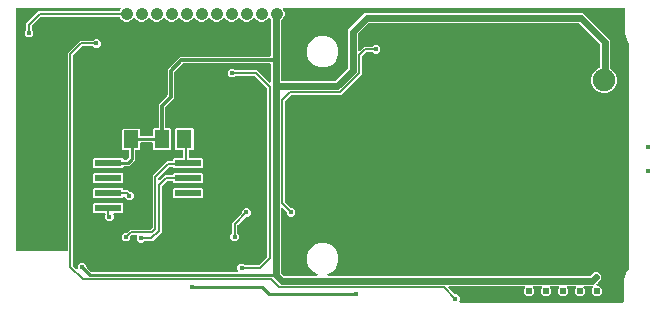
<source format=gbr>
G04 EAGLE Gerber RS-274X export*
G75*
%MOMM*%
%FSLAX34Y34*%
%LPD*%
%INBottom Copper*%
%IPPOS*%
%AMOC8*
5,1,8,0,0,1.08239X$1,22.5*%
G01*
%ADD10C,1.905000*%
%ADD11C,1.050000*%
%ADD12R,2.286000X0.609600*%
%ADD13R,1.300000X1.600000*%
%ADD14R,1.300000X1.500000*%
%ADD15C,0.453200*%
%ADD16C,0.603200*%
%ADD17C,0.609600*%
%ADD18C,0.254000*%
%ADD19C,0.503200*%
%ADD20C,0.304800*%
%ADD21C,0.200000*%
%ADD22C,0.203200*%

G36*
X521714Y12610D02*
X521714Y12610D01*
X521778Y12609D01*
X521853Y12630D01*
X521929Y12641D01*
X521988Y12667D01*
X522050Y12684D01*
X522116Y12725D01*
X522186Y12757D01*
X522235Y12799D01*
X522290Y12832D01*
X522342Y12890D01*
X522400Y12940D01*
X522436Y12994D01*
X522479Y13042D01*
X522512Y13111D01*
X522555Y13176D01*
X522574Y13238D01*
X522602Y13295D01*
X522613Y13365D01*
X522637Y13446D01*
X522638Y13531D01*
X522649Y13600D01*
X522649Y31476D01*
X525106Y39038D01*
X526808Y41380D01*
X526817Y41396D01*
X526829Y41409D01*
X526883Y41520D01*
X526940Y41630D01*
X526944Y41647D01*
X526952Y41663D01*
X526966Y41752D01*
X526997Y41906D01*
X526995Y41939D01*
X526999Y41968D01*
X526999Y231815D01*
X526997Y231833D01*
X526999Y231851D01*
X526977Y231972D01*
X526959Y232094D01*
X526952Y232111D01*
X526949Y232128D01*
X526908Y232208D01*
X526843Y232351D01*
X526822Y232376D01*
X526808Y232402D01*
X526112Y233362D01*
X523899Y240170D01*
X523899Y261400D01*
X523890Y261464D01*
X523891Y261528D01*
X523870Y261603D01*
X523859Y261679D01*
X523833Y261738D01*
X523816Y261800D01*
X523775Y261866D01*
X523743Y261936D01*
X523701Y261985D01*
X523668Y262040D01*
X523610Y262092D01*
X523560Y262150D01*
X523506Y262186D01*
X523458Y262229D01*
X523389Y262262D01*
X523324Y262305D01*
X523262Y262324D01*
X523205Y262352D01*
X523135Y262363D01*
X523054Y262387D01*
X522969Y262388D01*
X522900Y262399D01*
X235035Y262399D01*
X235003Y262395D01*
X234971Y262397D01*
X234864Y262375D01*
X234756Y262359D01*
X234726Y262346D01*
X234695Y262340D01*
X234598Y262288D01*
X234499Y262243D01*
X234474Y262222D01*
X234446Y262207D01*
X234367Y262131D01*
X234284Y262060D01*
X234267Y262033D01*
X234244Y262010D01*
X234190Y261915D01*
X234130Y261824D01*
X234120Y261793D01*
X234105Y261765D01*
X234079Y261659D01*
X234048Y261554D01*
X234047Y261522D01*
X234040Y261490D01*
X234045Y261381D01*
X234044Y261272D01*
X234052Y261241D01*
X234054Y261209D01*
X234090Y261106D01*
X234119Y261000D01*
X234136Y260973D01*
X234147Y260942D01*
X234200Y260869D01*
X234267Y260760D01*
X234303Y260728D01*
X234328Y260694D01*
X235321Y258297D01*
X235321Y255703D01*
X234328Y253306D01*
X232611Y251590D01*
X232554Y251513D01*
X232489Y251441D01*
X232469Y251401D01*
X232442Y251364D01*
X232408Y251274D01*
X232366Y251188D01*
X232360Y251146D01*
X232343Y251100D01*
X232333Y250973D01*
X232319Y250883D01*
X232319Y201318D01*
X232328Y201254D01*
X232327Y201190D01*
X232348Y201115D01*
X232359Y201039D01*
X232385Y200980D01*
X232402Y200918D01*
X232443Y200852D01*
X232475Y200782D01*
X232517Y200733D01*
X232550Y200678D01*
X232608Y200626D01*
X232658Y200568D01*
X232712Y200532D01*
X232760Y200489D01*
X232829Y200456D01*
X232894Y200413D01*
X232956Y200394D01*
X233013Y200366D01*
X233083Y200355D01*
X233164Y200331D01*
X233249Y200330D01*
X233318Y200319D01*
X277797Y200319D01*
X277892Y200332D01*
X277988Y200337D01*
X278031Y200352D01*
X278076Y200359D01*
X278164Y200398D01*
X278255Y200430D01*
X278289Y200455D01*
X278333Y200475D01*
X278431Y200558D01*
X278504Y200611D01*
X288389Y210496D01*
X288446Y210573D01*
X288511Y210644D01*
X288531Y210685D01*
X288558Y210722D01*
X288592Y210812D01*
X288634Y210898D01*
X288640Y210940D01*
X288657Y210986D01*
X288667Y211113D01*
X288681Y211203D01*
X288681Y243789D01*
X302961Y258069D01*
X488039Y258069D01*
X510819Y235289D01*
X510819Y211357D01*
X510820Y211347D01*
X510819Y211338D01*
X510840Y211208D01*
X510859Y211078D01*
X510862Y211069D01*
X510864Y211060D01*
X510921Y210941D01*
X510975Y210821D01*
X510981Y210814D01*
X510985Y210805D01*
X511073Y210706D01*
X511158Y210606D01*
X511166Y210601D01*
X511172Y210594D01*
X511238Y210554D01*
X511394Y210452D01*
X511417Y210445D01*
X511436Y210434D01*
X512115Y210152D01*
X515152Y207115D01*
X516796Y203147D01*
X516796Y198853D01*
X515152Y194885D01*
X512115Y191848D01*
X508147Y190204D01*
X503853Y190204D01*
X499885Y191848D01*
X496848Y194885D01*
X495204Y198853D01*
X495204Y203147D01*
X496848Y207115D01*
X499885Y210152D01*
X501564Y210848D01*
X501573Y210853D01*
X501582Y210855D01*
X501694Y210925D01*
X501807Y210992D01*
X501814Y210998D01*
X501822Y211003D01*
X501910Y211102D01*
X502000Y211197D01*
X502004Y211206D01*
X502011Y211213D01*
X502068Y211331D01*
X502128Y211449D01*
X502130Y211458D01*
X502134Y211467D01*
X502146Y211542D01*
X502180Y211726D01*
X502178Y211750D01*
X502181Y211771D01*
X502181Y231297D01*
X502168Y231392D01*
X502163Y231488D01*
X502148Y231531D01*
X502141Y231576D01*
X502102Y231664D01*
X502070Y231755D01*
X502045Y231789D01*
X502025Y231833D01*
X501942Y231931D01*
X501889Y232004D01*
X484754Y249139D01*
X484677Y249196D01*
X484606Y249261D01*
X484565Y249281D01*
X484528Y249308D01*
X484438Y249342D01*
X484352Y249384D01*
X484310Y249390D01*
X484264Y249407D01*
X484137Y249417D01*
X484047Y249431D01*
X306953Y249431D01*
X306858Y249418D01*
X306762Y249413D01*
X306719Y249398D01*
X306674Y249391D01*
X306586Y249352D01*
X306495Y249320D01*
X306461Y249295D01*
X306417Y249275D01*
X306319Y249192D01*
X306246Y249139D01*
X297611Y240504D01*
X297554Y240427D01*
X297489Y240356D01*
X297469Y240315D01*
X297442Y240278D01*
X297408Y240188D01*
X297366Y240102D01*
X297360Y240060D01*
X297343Y240014D01*
X297333Y239887D01*
X297319Y239797D01*
X297319Y226624D01*
X297323Y226592D01*
X297321Y226560D01*
X297343Y226453D01*
X297359Y226345D01*
X297372Y226316D01*
X297378Y226284D01*
X297430Y226188D01*
X297475Y226088D01*
X297496Y226064D01*
X297511Y226035D01*
X297587Y225957D01*
X297658Y225874D01*
X297685Y225856D01*
X297708Y225833D01*
X297803Y225779D01*
X297894Y225720D01*
X297925Y225710D01*
X297953Y225694D01*
X298059Y225669D01*
X298164Y225637D01*
X298196Y225637D01*
X298227Y225629D01*
X298337Y225635D01*
X298446Y225633D01*
X298477Y225642D01*
X298509Y225644D01*
X298612Y225679D01*
X298718Y225709D01*
X298745Y225726D01*
X298776Y225736D01*
X298849Y225789D01*
X298958Y225857D01*
X298990Y225893D01*
X299025Y225918D01*
X302377Y229271D01*
X309855Y229271D01*
X309950Y229284D01*
X310046Y229289D01*
X310089Y229304D01*
X310134Y229311D01*
X310222Y229350D01*
X310313Y229382D01*
X310347Y229407D01*
X310391Y229427D01*
X310489Y229510D01*
X310562Y229563D01*
X311535Y230537D01*
X314465Y230537D01*
X316537Y228465D01*
X316537Y225535D01*
X314465Y223463D01*
X311535Y223463D01*
X310562Y224437D01*
X310485Y224494D01*
X310413Y224559D01*
X310373Y224579D01*
X310336Y224606D01*
X310246Y224640D01*
X310160Y224682D01*
X310118Y224688D01*
X310072Y224705D01*
X309945Y224715D01*
X309855Y224729D01*
X304672Y224729D01*
X304578Y224716D01*
X304481Y224711D01*
X304438Y224696D01*
X304393Y224689D01*
X304306Y224650D01*
X304215Y224618D01*
X304180Y224593D01*
X304136Y224573D01*
X304039Y224490D01*
X303966Y224437D01*
X300881Y221352D01*
X300824Y221275D01*
X300759Y221204D01*
X300739Y221163D01*
X300712Y221127D01*
X300678Y221036D01*
X300636Y220950D01*
X300630Y220908D01*
X300613Y220863D01*
X300603Y220735D01*
X300589Y220646D01*
X300589Y205857D01*
X283143Y188411D01*
X241354Y188411D01*
X241260Y188398D01*
X241163Y188393D01*
X241120Y188378D01*
X241075Y188371D01*
X240988Y188332D01*
X240897Y188300D01*
X240862Y188275D01*
X240818Y188255D01*
X240721Y188172D01*
X240648Y188119D01*
X235881Y183352D01*
X235824Y183275D01*
X235759Y183204D01*
X235739Y183163D01*
X235712Y183127D01*
X235678Y183036D01*
X235636Y182950D01*
X235630Y182908D01*
X235613Y182863D01*
X235603Y182735D01*
X235589Y182646D01*
X235589Y98036D01*
X235602Y97942D01*
X235607Y97845D01*
X235622Y97802D01*
X235629Y97757D01*
X235668Y97670D01*
X235700Y97579D01*
X235725Y97544D01*
X235745Y97500D01*
X235828Y97403D01*
X235881Y97330D01*
X240382Y92829D01*
X240459Y92772D01*
X240530Y92707D01*
X240571Y92687D01*
X240607Y92660D01*
X240698Y92626D01*
X240784Y92584D01*
X240826Y92578D01*
X240871Y92561D01*
X240999Y92551D01*
X241088Y92537D01*
X242465Y92537D01*
X244537Y90465D01*
X244537Y87535D01*
X242465Y85463D01*
X239535Y85463D01*
X237463Y87535D01*
X237463Y88912D01*
X237450Y89006D01*
X237445Y89103D01*
X237430Y89146D01*
X237423Y89191D01*
X237384Y89278D01*
X237352Y89369D01*
X237327Y89403D01*
X237307Y89448D01*
X237224Y89545D01*
X237171Y89618D01*
X234025Y92764D01*
X233999Y92784D01*
X233978Y92808D01*
X233886Y92868D01*
X233799Y92933D01*
X233769Y92945D01*
X233742Y92962D01*
X233637Y92994D01*
X233535Y93033D01*
X233503Y93035D01*
X233472Y93045D01*
X233363Y93046D01*
X233254Y93055D01*
X233222Y93048D01*
X233190Y93049D01*
X233085Y93019D01*
X232978Y92997D01*
X232949Y92982D01*
X232918Y92973D01*
X232825Y92916D01*
X232729Y92865D01*
X232706Y92842D01*
X232678Y92825D01*
X232605Y92744D01*
X232527Y92668D01*
X232511Y92640D01*
X232489Y92616D01*
X232442Y92518D01*
X232388Y92423D01*
X232380Y92391D01*
X232366Y92362D01*
X232352Y92273D01*
X232323Y92148D01*
X232325Y92100D01*
X232319Y92058D01*
X232319Y37953D01*
X232332Y37858D01*
X232337Y37762D01*
X232352Y37719D01*
X232359Y37674D01*
X232398Y37586D01*
X232430Y37495D01*
X232455Y37461D01*
X232475Y37417D01*
X232558Y37319D01*
X232611Y37246D01*
X234246Y35611D01*
X234323Y35554D01*
X234394Y35489D01*
X234435Y35469D01*
X234472Y35442D01*
X234562Y35408D01*
X234648Y35366D01*
X234690Y35360D01*
X234736Y35343D01*
X234863Y35333D01*
X234953Y35319D01*
X262410Y35319D01*
X262496Y35331D01*
X262582Y35334D01*
X262635Y35351D01*
X262689Y35359D01*
X262768Y35394D01*
X262850Y35421D01*
X262896Y35452D01*
X262946Y35475D01*
X263012Y35531D01*
X263083Y35580D01*
X263118Y35622D01*
X263160Y35658D01*
X263208Y35731D01*
X263263Y35798D01*
X263284Y35848D01*
X263314Y35894D01*
X263340Y35977D01*
X263374Y36057D01*
X263381Y36111D01*
X263397Y36164D01*
X263398Y36251D01*
X263409Y36337D01*
X263400Y36391D01*
X263401Y36446D01*
X263377Y36530D01*
X263364Y36615D01*
X263340Y36665D01*
X263325Y36718D01*
X263280Y36792D01*
X263243Y36870D01*
X263206Y36911D01*
X263177Y36958D01*
X263113Y37016D01*
X263055Y37081D01*
X263012Y37107D01*
X262968Y37147D01*
X262866Y37196D01*
X262792Y37241D01*
X259881Y38447D01*
X256097Y42231D01*
X254049Y47174D01*
X254049Y52526D01*
X256097Y57469D01*
X259881Y61253D01*
X264824Y63301D01*
X270176Y63301D01*
X275119Y61253D01*
X278903Y57469D01*
X280951Y52526D01*
X280951Y47174D01*
X278903Y42231D01*
X275119Y38447D01*
X272208Y37241D01*
X272133Y37197D01*
X272054Y37161D01*
X272013Y37126D01*
X271965Y37098D01*
X271906Y37034D01*
X271840Y36978D01*
X271810Y36932D01*
X271772Y36892D01*
X271733Y36815D01*
X271686Y36742D01*
X271669Y36689D01*
X271645Y36640D01*
X271628Y36555D01*
X271603Y36472D01*
X271602Y36417D01*
X271592Y36363D01*
X271601Y36277D01*
X271599Y36190D01*
X271614Y36137D01*
X271619Y36083D01*
X271651Y36002D01*
X271675Y35918D01*
X271703Y35871D01*
X271724Y35821D01*
X271777Y35752D01*
X271823Y35678D01*
X271864Y35641D01*
X271897Y35598D01*
X271968Y35548D01*
X272032Y35489D01*
X272081Y35465D01*
X272126Y35433D01*
X272208Y35404D01*
X272286Y35366D01*
X272336Y35358D01*
X272392Y35339D01*
X272505Y35332D01*
X272590Y35319D01*
X493797Y35319D01*
X493892Y35332D01*
X493988Y35337D01*
X494031Y35352D01*
X494076Y35359D01*
X494164Y35398D01*
X494255Y35430D01*
X494289Y35455D01*
X494333Y35475D01*
X494431Y35558D01*
X494504Y35611D01*
X497211Y38319D01*
X500789Y38319D01*
X503319Y35789D01*
X503319Y32211D01*
X500612Y29504D01*
X500611Y29504D01*
X499600Y28493D01*
X499581Y28467D01*
X499556Y28446D01*
X499496Y28354D01*
X499431Y28267D01*
X499420Y28237D01*
X499402Y28210D01*
X499370Y28105D01*
X499331Y28003D01*
X499329Y27971D01*
X499319Y27940D01*
X499318Y27831D01*
X499310Y27722D01*
X499316Y27690D01*
X499316Y27658D01*
X499345Y27553D01*
X499367Y27446D01*
X499382Y27417D01*
X499391Y27386D01*
X499448Y27293D01*
X499500Y27197D01*
X499522Y27174D01*
X499539Y27146D01*
X499620Y27073D01*
X499696Y26995D01*
X499724Y26979D01*
X499748Y26957D01*
X499846Y26910D01*
X499942Y26856D01*
X499973Y26848D01*
X500002Y26834D01*
X500092Y26820D01*
X500216Y26791D01*
X500265Y26793D01*
X500307Y26787D01*
X501376Y26787D01*
X503887Y24276D01*
X503887Y20724D01*
X501376Y18213D01*
X497824Y18213D01*
X495313Y20724D01*
X495313Y24276D01*
X496013Y24975D01*
X496032Y25001D01*
X496057Y25022D01*
X496117Y25114D01*
X496182Y25201D01*
X496194Y25231D01*
X496211Y25258D01*
X496243Y25363D01*
X496282Y25465D01*
X496284Y25497D01*
X496294Y25528D01*
X496295Y25637D01*
X496304Y25746D01*
X496297Y25778D01*
X496298Y25810D01*
X496268Y25915D01*
X496246Y26022D01*
X496231Y26051D01*
X496222Y26082D01*
X496165Y26175D01*
X496114Y26271D01*
X496091Y26294D01*
X496074Y26322D01*
X495993Y26395D01*
X495917Y26473D01*
X495889Y26489D01*
X495865Y26511D01*
X495767Y26558D01*
X495672Y26612D01*
X495640Y26620D01*
X495611Y26634D01*
X495522Y26648D01*
X495397Y26677D01*
X495349Y26675D01*
X495307Y26681D01*
X489393Y26681D01*
X489362Y26677D01*
X489329Y26679D01*
X489222Y26657D01*
X489114Y26641D01*
X489085Y26628D01*
X489053Y26622D01*
X488957Y26570D01*
X488857Y26525D01*
X488833Y26504D01*
X488804Y26489D01*
X488726Y26413D01*
X488643Y26342D01*
X488625Y26315D01*
X488602Y26292D01*
X488549Y26197D01*
X488489Y26106D01*
X488479Y26075D01*
X488463Y26047D01*
X488438Y25941D01*
X488406Y25836D01*
X488406Y25804D01*
X488398Y25773D01*
X488404Y25663D01*
X488402Y25554D01*
X488411Y25523D01*
X488413Y25491D01*
X488448Y25388D01*
X488478Y25282D01*
X488495Y25255D01*
X488505Y25224D01*
X488558Y25151D01*
X488626Y25042D01*
X488662Y25010D01*
X488687Y24975D01*
X489587Y24076D01*
X489587Y20524D01*
X487076Y18013D01*
X483524Y18013D01*
X481013Y20524D01*
X481013Y24076D01*
X481913Y24975D01*
X481932Y25001D01*
X481957Y25022D01*
X482017Y25114D01*
X482082Y25201D01*
X482094Y25231D01*
X482111Y25258D01*
X482143Y25363D01*
X482182Y25465D01*
X482184Y25497D01*
X482194Y25528D01*
X482195Y25637D01*
X482204Y25746D01*
X482197Y25778D01*
X482198Y25810D01*
X482168Y25915D01*
X482146Y26022D01*
X482131Y26051D01*
X482122Y26082D01*
X482065Y26175D01*
X482014Y26271D01*
X481991Y26294D01*
X481974Y26322D01*
X481893Y26395D01*
X481817Y26473D01*
X481789Y26489D01*
X481765Y26511D01*
X481667Y26558D01*
X481571Y26612D01*
X481540Y26620D01*
X481511Y26634D01*
X481422Y26648D01*
X481297Y26677D01*
X481249Y26675D01*
X481207Y26681D01*
X475193Y26681D01*
X475162Y26677D01*
X475129Y26679D01*
X475022Y26657D01*
X474914Y26641D01*
X474885Y26628D01*
X474853Y26622D01*
X474757Y26570D01*
X474657Y26525D01*
X474633Y26504D01*
X474604Y26489D01*
X474526Y26413D01*
X474443Y26342D01*
X474425Y26315D01*
X474402Y26292D01*
X474349Y26197D01*
X474289Y26106D01*
X474279Y26075D01*
X474263Y26047D01*
X474238Y25941D01*
X474206Y25836D01*
X474206Y25804D01*
X474198Y25773D01*
X474204Y25663D01*
X474202Y25554D01*
X474211Y25523D01*
X474213Y25491D01*
X474248Y25388D01*
X474278Y25282D01*
X474295Y25255D01*
X474305Y25224D01*
X474358Y25151D01*
X474426Y25042D01*
X474462Y25010D01*
X474487Y24975D01*
X475387Y24076D01*
X475387Y20524D01*
X472876Y18013D01*
X469324Y18013D01*
X466813Y20524D01*
X466813Y24076D01*
X467713Y24975D01*
X467732Y25001D01*
X467757Y25022D01*
X467817Y25114D01*
X467882Y25201D01*
X467894Y25231D01*
X467911Y25258D01*
X467943Y25363D01*
X467982Y25465D01*
X467984Y25497D01*
X467994Y25528D01*
X467995Y25637D01*
X468004Y25746D01*
X467997Y25778D01*
X467998Y25810D01*
X467968Y25915D01*
X467946Y26022D01*
X467931Y26051D01*
X467922Y26082D01*
X467865Y26175D01*
X467814Y26271D01*
X467791Y26294D01*
X467774Y26322D01*
X467693Y26395D01*
X467617Y26473D01*
X467589Y26489D01*
X467565Y26511D01*
X467467Y26558D01*
X467371Y26612D01*
X467340Y26620D01*
X467311Y26634D01*
X467222Y26648D01*
X467097Y26677D01*
X467049Y26675D01*
X467007Y26681D01*
X460793Y26681D01*
X460762Y26677D01*
X460729Y26679D01*
X460622Y26657D01*
X460514Y26641D01*
X460485Y26628D01*
X460453Y26622D01*
X460357Y26570D01*
X460257Y26525D01*
X460233Y26504D01*
X460204Y26489D01*
X460126Y26413D01*
X460043Y26342D01*
X460025Y26315D01*
X460002Y26292D01*
X459949Y26197D01*
X459889Y26106D01*
X459879Y26075D01*
X459863Y26047D01*
X459838Y25941D01*
X459806Y25836D01*
X459806Y25804D01*
X459798Y25773D01*
X459804Y25663D01*
X459802Y25554D01*
X459811Y25523D01*
X459813Y25491D01*
X459848Y25388D01*
X459878Y25282D01*
X459895Y25255D01*
X459905Y25224D01*
X459958Y25151D01*
X460026Y25042D01*
X460062Y25010D01*
X460087Y24975D01*
X460887Y24176D01*
X460887Y20624D01*
X458376Y18113D01*
X454824Y18113D01*
X452313Y20624D01*
X452313Y24176D01*
X453113Y24975D01*
X453132Y25001D01*
X453157Y25022D01*
X453217Y25114D01*
X453282Y25201D01*
X453294Y25231D01*
X453311Y25258D01*
X453343Y25363D01*
X453382Y25465D01*
X453384Y25497D01*
X453394Y25528D01*
X453395Y25637D01*
X453404Y25746D01*
X453397Y25778D01*
X453398Y25810D01*
X453368Y25915D01*
X453346Y26022D01*
X453331Y26051D01*
X453322Y26082D01*
X453265Y26175D01*
X453214Y26271D01*
X453191Y26294D01*
X453174Y26322D01*
X453093Y26395D01*
X453017Y26473D01*
X452989Y26489D01*
X452965Y26511D01*
X452867Y26558D01*
X452772Y26612D01*
X452740Y26620D01*
X452711Y26634D01*
X452622Y26648D01*
X452497Y26677D01*
X452449Y26675D01*
X452407Y26681D01*
X446393Y26681D01*
X446362Y26677D01*
X446329Y26679D01*
X446222Y26657D01*
X446114Y26641D01*
X446085Y26628D01*
X446053Y26622D01*
X445957Y26570D01*
X445857Y26525D01*
X445833Y26504D01*
X445804Y26489D01*
X445726Y26413D01*
X445643Y26342D01*
X445625Y26315D01*
X445602Y26292D01*
X445549Y26197D01*
X445489Y26106D01*
X445479Y26075D01*
X445463Y26047D01*
X445438Y25941D01*
X445406Y25836D01*
X445406Y25804D01*
X445398Y25773D01*
X445404Y25663D01*
X445402Y25554D01*
X445411Y25523D01*
X445413Y25491D01*
X445448Y25388D01*
X445478Y25282D01*
X445495Y25255D01*
X445505Y25224D01*
X445558Y25151D01*
X445626Y25042D01*
X445662Y25010D01*
X445687Y24975D01*
X446387Y24276D01*
X446387Y20724D01*
X443876Y18213D01*
X440324Y18213D01*
X437813Y20724D01*
X437813Y24276D01*
X438513Y24975D01*
X438532Y25001D01*
X438557Y25022D01*
X438617Y25114D01*
X438682Y25201D01*
X438694Y25231D01*
X438711Y25258D01*
X438743Y25363D01*
X438782Y25465D01*
X438784Y25497D01*
X438794Y25528D01*
X438795Y25637D01*
X438804Y25746D01*
X438797Y25778D01*
X438798Y25810D01*
X438768Y25915D01*
X438746Y26022D01*
X438731Y26051D01*
X438722Y26082D01*
X438665Y26175D01*
X438614Y26271D01*
X438591Y26294D01*
X438574Y26322D01*
X438493Y26395D01*
X438417Y26473D01*
X438389Y26489D01*
X438365Y26511D01*
X438267Y26558D01*
X438172Y26612D01*
X438140Y26620D01*
X438111Y26634D01*
X438022Y26648D01*
X437897Y26677D01*
X437849Y26675D01*
X437807Y26681D01*
X374942Y26681D01*
X374910Y26677D01*
X374878Y26679D01*
X374771Y26657D01*
X374663Y26641D01*
X374634Y26628D01*
X374602Y26622D01*
X374506Y26570D01*
X374406Y26525D01*
X374382Y26504D01*
X374353Y26489D01*
X374275Y26413D01*
X374192Y26342D01*
X374174Y26315D01*
X374151Y26292D01*
X374097Y26197D01*
X374038Y26106D01*
X374028Y26075D01*
X374012Y26047D01*
X373987Y25940D01*
X373955Y25836D01*
X373955Y25804D01*
X373947Y25773D01*
X373953Y25663D01*
X373951Y25554D01*
X373960Y25523D01*
X373962Y25491D01*
X373997Y25388D01*
X374027Y25282D01*
X374044Y25255D01*
X374054Y25224D01*
X374107Y25151D01*
X374175Y25042D01*
X374211Y25010D01*
X374236Y24975D01*
X379382Y19829D01*
X379459Y19772D01*
X379530Y19707D01*
X379571Y19687D01*
X379607Y19660D01*
X379698Y19626D01*
X379784Y19584D01*
X379826Y19578D01*
X379871Y19561D01*
X379999Y19551D01*
X380088Y19537D01*
X381465Y19537D01*
X383537Y17465D01*
X383537Y14535D01*
X383308Y14307D01*
X383289Y14281D01*
X383264Y14260D01*
X383204Y14168D01*
X383139Y14081D01*
X383128Y14051D01*
X383110Y14024D01*
X383078Y13919D01*
X383039Y13817D01*
X383037Y13785D01*
X383028Y13754D01*
X383026Y13645D01*
X383018Y13536D01*
X383024Y13504D01*
X383024Y13472D01*
X383053Y13367D01*
X383075Y13260D01*
X383090Y13231D01*
X383099Y13200D01*
X383156Y13107D01*
X383208Y13011D01*
X383230Y12988D01*
X383247Y12960D01*
X383328Y12887D01*
X383404Y12809D01*
X383432Y12793D01*
X383456Y12771D01*
X383555Y12724D01*
X383650Y12670D01*
X383681Y12662D01*
X383710Y12648D01*
X383800Y12634D01*
X383924Y12605D01*
X383973Y12607D01*
X384015Y12601D01*
X521650Y12601D01*
X521714Y12610D01*
G37*
G36*
X195327Y38295D02*
X195327Y38295D01*
X195359Y38293D01*
X195466Y38315D01*
X195574Y38331D01*
X195604Y38344D01*
X195635Y38350D01*
X195732Y38402D01*
X195831Y38447D01*
X195856Y38468D01*
X195884Y38483D01*
X195963Y38559D01*
X196046Y38630D01*
X196063Y38657D01*
X196086Y38680D01*
X196140Y38775D01*
X196200Y38866D01*
X196210Y38897D01*
X196225Y38925D01*
X196251Y39031D01*
X196282Y39136D01*
X196283Y39168D01*
X196290Y39199D01*
X196285Y39309D01*
X196286Y39418D01*
X196278Y39449D01*
X196276Y39481D01*
X196240Y39584D01*
X196211Y39690D01*
X196194Y39717D01*
X196183Y39748D01*
X196130Y39821D01*
X196063Y39930D01*
X196027Y39962D01*
X196002Y39997D01*
X195463Y40535D01*
X195463Y43465D01*
X197535Y45537D01*
X200465Y45537D01*
X201438Y44563D01*
X201515Y44506D01*
X201587Y44441D01*
X201627Y44421D01*
X201664Y44394D01*
X201754Y44360D01*
X201840Y44318D01*
X201882Y44312D01*
X201928Y44295D01*
X202055Y44285D01*
X202145Y44271D01*
X213328Y44271D01*
X213422Y44284D01*
X213519Y44289D01*
X213562Y44304D01*
X213607Y44311D01*
X213694Y44350D01*
X213785Y44382D01*
X213820Y44407D01*
X213864Y44427D01*
X213961Y44510D01*
X214034Y44563D01*
X220119Y50648D01*
X220176Y50725D01*
X220241Y50796D01*
X220261Y50837D01*
X220288Y50873D01*
X220322Y50964D01*
X220364Y51050D01*
X220370Y51092D01*
X220387Y51137D01*
X220397Y51265D01*
X220411Y51354D01*
X220411Y193964D01*
X220398Y194058D01*
X220393Y194155D01*
X220378Y194198D01*
X220371Y194243D01*
X220332Y194330D01*
X220300Y194421D01*
X220275Y194456D01*
X220255Y194500D01*
X220172Y194597D01*
X220119Y194670D01*
X210352Y204437D01*
X210275Y204494D01*
X210204Y204559D01*
X210163Y204579D01*
X210127Y204606D01*
X210036Y204640D01*
X209950Y204682D01*
X209908Y204688D01*
X209863Y204705D01*
X209735Y204715D01*
X209646Y204729D01*
X194145Y204729D01*
X194050Y204716D01*
X193954Y204711D01*
X193911Y204696D01*
X193866Y204689D01*
X193778Y204650D01*
X193687Y204618D01*
X193653Y204593D01*
X193609Y204573D01*
X193511Y204490D01*
X193438Y204437D01*
X192465Y203463D01*
X189535Y203463D01*
X187463Y205535D01*
X187463Y208465D01*
X189535Y210537D01*
X192465Y210537D01*
X193438Y209563D01*
X193515Y209506D01*
X193587Y209441D01*
X193627Y209421D01*
X193664Y209394D01*
X193754Y209360D01*
X193840Y209318D01*
X193882Y209312D01*
X193928Y209295D01*
X194055Y209285D01*
X194145Y209271D01*
X211941Y209271D01*
X221975Y199236D01*
X222001Y199217D01*
X222022Y199192D01*
X222114Y199132D01*
X222201Y199067D01*
X222231Y199055D01*
X222258Y199038D01*
X222363Y199006D01*
X222465Y198967D01*
X222497Y198965D01*
X222528Y198955D01*
X222637Y198954D01*
X222746Y198945D01*
X222778Y198952D01*
X222810Y198951D01*
X222915Y198981D01*
X223022Y199003D01*
X223051Y199018D01*
X223082Y199027D01*
X223175Y199084D01*
X223271Y199135D01*
X223294Y199158D01*
X223322Y199175D01*
X223395Y199256D01*
X223473Y199332D01*
X223489Y199360D01*
X223511Y199384D01*
X223558Y199482D01*
X223612Y199577D01*
X223620Y199609D01*
X223634Y199638D01*
X223648Y199727D01*
X223677Y199852D01*
X223675Y199900D01*
X223681Y199942D01*
X223681Y214206D01*
X223672Y214270D01*
X223673Y214334D01*
X223652Y214409D01*
X223641Y214485D01*
X223615Y214544D01*
X223598Y214606D01*
X223557Y214672D01*
X223525Y214742D01*
X223483Y214791D01*
X223450Y214846D01*
X223392Y214898D01*
X223342Y214956D01*
X223288Y214992D01*
X223240Y215035D01*
X223171Y215068D01*
X223106Y215111D01*
X223044Y215130D01*
X222987Y215158D01*
X222917Y215169D01*
X222836Y215193D01*
X222751Y215194D01*
X222682Y215205D01*
X149572Y215205D01*
X149477Y215192D01*
X149380Y215187D01*
X149337Y215172D01*
X149292Y215165D01*
X149205Y215126D01*
X149114Y215094D01*
X149080Y215069D01*
X149035Y215049D01*
X148938Y214966D01*
X148865Y214913D01*
X142147Y208195D01*
X142090Y208118D01*
X142025Y208047D01*
X142005Y208006D01*
X141978Y207969D01*
X141944Y207879D01*
X141902Y207793D01*
X141896Y207751D01*
X141879Y207706D01*
X141873Y207628D01*
X141867Y207609D01*
X141866Y207561D01*
X141855Y207488D01*
X141855Y185496D01*
X134587Y178229D01*
X134530Y178152D01*
X134465Y178081D01*
X134445Y178040D01*
X134418Y178004D01*
X134384Y177914D01*
X134342Y177827D01*
X134336Y177785D01*
X134319Y177740D01*
X134311Y177646D01*
X134307Y177631D01*
X134306Y177596D01*
X134295Y177523D01*
X134295Y161270D01*
X134304Y161206D01*
X134303Y161142D01*
X134324Y161067D01*
X134335Y160991D01*
X134361Y160932D01*
X134378Y160870D01*
X134419Y160804D01*
X134451Y160734D01*
X134493Y160685D01*
X134526Y160630D01*
X134584Y160578D01*
X134634Y160520D01*
X134688Y160484D01*
X134736Y160441D01*
X134805Y160408D01*
X134870Y160365D01*
X134932Y160346D01*
X134989Y160318D01*
X135059Y160307D01*
X135140Y160283D01*
X135225Y160282D01*
X135294Y160271D01*
X138526Y160271D01*
X139271Y159526D01*
X139271Y142474D01*
X138526Y141729D01*
X124474Y141729D01*
X123729Y142474D01*
X123729Y147460D01*
X123720Y147524D01*
X123721Y147588D01*
X123700Y147663D01*
X123689Y147739D01*
X123663Y147798D01*
X123646Y147860D01*
X123605Y147926D01*
X123573Y147996D01*
X123531Y148045D01*
X123498Y148100D01*
X123440Y148152D01*
X123390Y148210D01*
X123336Y148246D01*
X123288Y148289D01*
X123219Y148322D01*
X123154Y148365D01*
X123092Y148384D01*
X123035Y148412D01*
X122965Y148423D01*
X122884Y148447D01*
X122799Y148448D01*
X122730Y148459D01*
X114270Y148459D01*
X114206Y148450D01*
X114142Y148451D01*
X114067Y148430D01*
X113991Y148419D01*
X113932Y148393D01*
X113870Y148376D01*
X113804Y148335D01*
X113734Y148303D01*
X113685Y148261D01*
X113630Y148228D01*
X113578Y148170D01*
X113520Y148120D01*
X113484Y148066D01*
X113441Y148018D01*
X113408Y147949D01*
X113365Y147884D01*
X113346Y147822D01*
X113318Y147765D01*
X113307Y147695D01*
X113283Y147614D01*
X113282Y147529D01*
X113271Y147460D01*
X113271Y142974D01*
X112526Y142229D01*
X109540Y142229D01*
X109476Y142220D01*
X109412Y142221D01*
X109337Y142200D01*
X109261Y142189D01*
X109202Y142163D01*
X109140Y142146D01*
X109074Y142105D01*
X109004Y142073D01*
X108955Y142031D01*
X108900Y141998D01*
X108848Y141940D01*
X108790Y141890D01*
X108754Y141836D01*
X108711Y141788D01*
X108678Y141719D01*
X108635Y141654D01*
X108616Y141592D01*
X108588Y141535D01*
X108577Y141465D01*
X108553Y141384D01*
X108552Y141299D01*
X108541Y141230D01*
X108541Y132948D01*
X103752Y128159D01*
X99918Y128159D01*
X99854Y128150D01*
X99790Y128151D01*
X99715Y128130D01*
X99639Y128119D01*
X99580Y128093D01*
X99518Y128076D01*
X99452Y128035D01*
X99382Y128003D01*
X99333Y127961D01*
X99278Y127928D01*
X99226Y127870D01*
X99168Y127820D01*
X99132Y127766D01*
X99089Y127718D01*
X99056Y127649D01*
X99013Y127584D01*
X98994Y127522D01*
X98966Y127465D01*
X98955Y127395D01*
X98931Y127314D01*
X98930Y127229D01*
X98919Y127160D01*
X98919Y127126D01*
X98174Y126381D01*
X74262Y126381D01*
X73517Y127126D01*
X73517Y134274D01*
X74262Y135019D01*
X98174Y135019D01*
X98919Y134274D01*
X98919Y134240D01*
X98928Y134176D01*
X98927Y134112D01*
X98948Y134037D01*
X98959Y133961D01*
X98985Y133902D01*
X99002Y133840D01*
X99043Y133774D01*
X99075Y133704D01*
X99117Y133655D01*
X99150Y133600D01*
X99208Y133548D01*
X99258Y133490D01*
X99312Y133454D01*
X99360Y133411D01*
X99429Y133378D01*
X99494Y133335D01*
X99556Y133316D01*
X99613Y133288D01*
X99683Y133277D01*
X99764Y133253D01*
X99849Y133252D01*
X99918Y133241D01*
X101234Y133241D01*
X101329Y133254D01*
X101425Y133259D01*
X101468Y133274D01*
X101513Y133281D01*
X101600Y133320D01*
X101691Y133352D01*
X101726Y133377D01*
X101770Y133397D01*
X101867Y133480D01*
X101940Y133533D01*
X103167Y134760D01*
X103224Y134837D01*
X103289Y134908D01*
X103309Y134949D01*
X103336Y134985D01*
X103370Y135075D01*
X103412Y135162D01*
X103418Y135204D01*
X103435Y135249D01*
X103442Y135338D01*
X103447Y135354D01*
X103448Y135393D01*
X103459Y135466D01*
X103459Y141230D01*
X103450Y141294D01*
X103451Y141358D01*
X103430Y141433D01*
X103419Y141509D01*
X103393Y141568D01*
X103376Y141630D01*
X103335Y141696D01*
X103303Y141766D01*
X103261Y141815D01*
X103228Y141870D01*
X103170Y141922D01*
X103120Y141980D01*
X103066Y142016D01*
X103018Y142059D01*
X102949Y142092D01*
X102884Y142135D01*
X102822Y142154D01*
X102765Y142182D01*
X102695Y142193D01*
X102614Y142217D01*
X102529Y142218D01*
X102460Y142229D01*
X98474Y142229D01*
X97729Y142974D01*
X97729Y159026D01*
X98474Y159771D01*
X112526Y159771D01*
X113271Y159026D01*
X113271Y154540D01*
X113280Y154476D01*
X113279Y154412D01*
X113300Y154337D01*
X113311Y154261D01*
X113337Y154202D01*
X113354Y154140D01*
X113395Y154074D01*
X113427Y154004D01*
X113469Y153955D01*
X113502Y153900D01*
X113560Y153848D01*
X113610Y153790D01*
X113664Y153754D01*
X113712Y153711D01*
X113781Y153678D01*
X113846Y153635D01*
X113908Y153616D01*
X113965Y153588D01*
X114035Y153577D01*
X114116Y153553D01*
X114201Y153552D01*
X114270Y153541D01*
X122730Y153541D01*
X122794Y153550D01*
X122858Y153549D01*
X122933Y153570D01*
X123009Y153581D01*
X123068Y153607D01*
X123130Y153624D01*
X123196Y153665D01*
X123266Y153697D01*
X123315Y153739D01*
X123370Y153772D01*
X123422Y153830D01*
X123480Y153880D01*
X123516Y153934D01*
X123559Y153982D01*
X123592Y154051D01*
X123635Y154116D01*
X123654Y154178D01*
X123682Y154235D01*
X123693Y154305D01*
X123717Y154386D01*
X123718Y154471D01*
X123729Y154540D01*
X123729Y159526D01*
X124474Y160271D01*
X127706Y160271D01*
X127770Y160280D01*
X127834Y160279D01*
X127909Y160300D01*
X127985Y160311D01*
X128044Y160337D01*
X128106Y160354D01*
X128172Y160395D01*
X128242Y160427D01*
X128291Y160469D01*
X128346Y160502D01*
X128398Y160560D01*
X128456Y160610D01*
X128492Y160664D01*
X128535Y160712D01*
X128568Y160781D01*
X128611Y160846D01*
X128630Y160908D01*
X128658Y160965D01*
X128669Y161035D01*
X128693Y161116D01*
X128694Y161201D01*
X128705Y161270D01*
X128705Y180252D01*
X135973Y187519D01*
X136030Y187596D01*
X136095Y187667D01*
X136115Y187708D01*
X136142Y187745D01*
X136176Y187835D01*
X136218Y187921D01*
X136224Y187963D01*
X136241Y188008D01*
X136251Y188136D01*
X136265Y188226D01*
X136265Y210218D01*
X146842Y220795D01*
X222682Y220795D01*
X222746Y220804D01*
X222810Y220803D01*
X222885Y220824D01*
X222961Y220835D01*
X223020Y220861D01*
X223082Y220878D01*
X223148Y220919D01*
X223218Y220951D01*
X223267Y220993D01*
X223322Y221026D01*
X223374Y221084D01*
X223432Y221134D01*
X223468Y221188D01*
X223511Y221236D01*
X223544Y221305D01*
X223587Y221370D01*
X223606Y221432D01*
X223634Y221489D01*
X223645Y221559D01*
X223669Y221640D01*
X223670Y221725D01*
X223681Y221794D01*
X223681Y252483D01*
X223673Y252541D01*
X223673Y252549D01*
X223671Y252557D01*
X223668Y252578D01*
X223663Y252674D01*
X223648Y252717D01*
X223641Y252762D01*
X223602Y252850D01*
X223570Y252941D01*
X223545Y252975D01*
X223525Y253019D01*
X223442Y253117D01*
X223389Y253190D01*
X223157Y253422D01*
X223105Y253460D01*
X223060Y253506D01*
X222993Y253545D01*
X222931Y253591D01*
X222871Y253614D01*
X222815Y253645D01*
X222740Y253663D01*
X222667Y253691D01*
X222603Y253695D01*
X222540Y253710D01*
X222463Y253706D01*
X222386Y253712D01*
X222323Y253699D01*
X222259Y253696D01*
X222186Y253671D01*
X222110Y253655D01*
X222053Y253625D01*
X221992Y253603D01*
X221936Y253562D01*
X221861Y253522D01*
X221800Y253463D01*
X221743Y253422D01*
X219794Y251472D01*
X217397Y250479D01*
X214803Y250479D01*
X212406Y251472D01*
X210457Y253422D01*
X210405Y253460D01*
X210360Y253506D01*
X210293Y253545D01*
X210231Y253591D01*
X210171Y253614D01*
X210115Y253645D01*
X210040Y253663D01*
X209967Y253691D01*
X209903Y253695D01*
X209840Y253710D01*
X209763Y253706D01*
X209686Y253712D01*
X209623Y253699D01*
X209559Y253696D01*
X209486Y253671D01*
X209410Y253655D01*
X209353Y253625D01*
X209292Y253603D01*
X209236Y253562D01*
X209161Y253522D01*
X209100Y253463D01*
X209043Y253422D01*
X207094Y251472D01*
X204697Y250479D01*
X202103Y250479D01*
X199706Y251472D01*
X197757Y253422D01*
X197705Y253460D01*
X197660Y253506D01*
X197593Y253545D01*
X197531Y253591D01*
X197471Y253614D01*
X197415Y253645D01*
X197340Y253663D01*
X197267Y253691D01*
X197203Y253695D01*
X197140Y253710D01*
X197063Y253706D01*
X196986Y253712D01*
X196923Y253699D01*
X196859Y253696D01*
X196786Y253671D01*
X196710Y253655D01*
X196653Y253625D01*
X196592Y253603D01*
X196536Y253562D01*
X196461Y253522D01*
X196400Y253463D01*
X196343Y253422D01*
X194394Y251472D01*
X191997Y250479D01*
X189403Y250479D01*
X187006Y251472D01*
X185057Y253422D01*
X185005Y253460D01*
X184960Y253506D01*
X184893Y253545D01*
X184831Y253591D01*
X184771Y253614D01*
X184715Y253645D01*
X184640Y253663D01*
X184567Y253691D01*
X184503Y253695D01*
X184441Y253710D01*
X184363Y253706D01*
X184286Y253712D01*
X184223Y253699D01*
X184159Y253696D01*
X184086Y253670D01*
X184010Y253655D01*
X183953Y253625D01*
X183892Y253603D01*
X183836Y253562D01*
X183761Y253522D01*
X183700Y253463D01*
X183643Y253422D01*
X181694Y251472D01*
X179297Y250479D01*
X176703Y250479D01*
X174306Y251472D01*
X172357Y253422D01*
X172305Y253460D01*
X172260Y253506D01*
X172193Y253545D01*
X172131Y253591D01*
X172071Y253614D01*
X172015Y253645D01*
X171940Y253663D01*
X171867Y253691D01*
X171803Y253695D01*
X171741Y253710D01*
X171663Y253706D01*
X171586Y253712D01*
X171523Y253699D01*
X171459Y253696D01*
X171386Y253670D01*
X171310Y253655D01*
X171253Y253625D01*
X171192Y253603D01*
X171136Y253562D01*
X171061Y253522D01*
X171000Y253463D01*
X170943Y253422D01*
X168994Y251472D01*
X166597Y250479D01*
X164003Y250479D01*
X161606Y251472D01*
X159657Y253422D01*
X159605Y253460D01*
X159560Y253506D01*
X159493Y253545D01*
X159431Y253591D01*
X159371Y253614D01*
X159315Y253645D01*
X159240Y253663D01*
X159167Y253691D01*
X159103Y253695D01*
X159041Y253710D01*
X158963Y253706D01*
X158886Y253712D01*
X158823Y253699D01*
X158759Y253696D01*
X158686Y253670D01*
X158610Y253655D01*
X158553Y253625D01*
X158492Y253603D01*
X158436Y253562D01*
X158361Y253522D01*
X158300Y253463D01*
X158243Y253422D01*
X156294Y251472D01*
X153897Y250479D01*
X151303Y250479D01*
X148906Y251472D01*
X146957Y253422D01*
X146905Y253460D01*
X146860Y253506D01*
X146793Y253545D01*
X146731Y253591D01*
X146671Y253614D01*
X146615Y253645D01*
X146540Y253663D01*
X146467Y253691D01*
X146403Y253695D01*
X146340Y253710D01*
X146263Y253706D01*
X146186Y253712D01*
X146123Y253699D01*
X146059Y253696D01*
X145986Y253671D01*
X145910Y253655D01*
X145853Y253625D01*
X145792Y253603D01*
X145736Y253562D01*
X145661Y253522D01*
X145600Y253463D01*
X145543Y253422D01*
X143594Y251472D01*
X141197Y250479D01*
X138603Y250479D01*
X136206Y251472D01*
X134257Y253422D01*
X134205Y253460D01*
X134160Y253506D01*
X134093Y253545D01*
X134031Y253591D01*
X133971Y253614D01*
X133915Y253645D01*
X133840Y253663D01*
X133767Y253691D01*
X133703Y253695D01*
X133641Y253710D01*
X133563Y253706D01*
X133486Y253712D01*
X133423Y253699D01*
X133359Y253696D01*
X133286Y253670D01*
X133210Y253655D01*
X133153Y253625D01*
X133092Y253603D01*
X133036Y253562D01*
X132961Y253522D01*
X132900Y253463D01*
X132843Y253422D01*
X130894Y251472D01*
X128497Y250479D01*
X125903Y250479D01*
X123506Y251472D01*
X121557Y253422D01*
X121505Y253460D01*
X121460Y253506D01*
X121393Y253545D01*
X121331Y253591D01*
X121271Y253614D01*
X121215Y253645D01*
X121140Y253663D01*
X121067Y253691D01*
X121003Y253695D01*
X120941Y253710D01*
X120863Y253706D01*
X120786Y253712D01*
X120723Y253699D01*
X120659Y253696D01*
X120586Y253670D01*
X120510Y253655D01*
X120453Y253625D01*
X120392Y253603D01*
X120336Y253562D01*
X120261Y253522D01*
X120200Y253463D01*
X120143Y253422D01*
X118194Y251472D01*
X115797Y250479D01*
X113203Y250479D01*
X110806Y251472D01*
X108857Y253422D01*
X108805Y253460D01*
X108760Y253506D01*
X108693Y253545D01*
X108631Y253591D01*
X108571Y253614D01*
X108515Y253645D01*
X108440Y253663D01*
X108367Y253691D01*
X108303Y253695D01*
X108241Y253710D01*
X108163Y253706D01*
X108086Y253712D01*
X108023Y253699D01*
X107959Y253696D01*
X107886Y253670D01*
X107810Y253655D01*
X107753Y253625D01*
X107692Y253603D01*
X107636Y253562D01*
X107561Y253522D01*
X107500Y253463D01*
X107443Y253422D01*
X105494Y251472D01*
X103097Y250479D01*
X100503Y250479D01*
X98106Y251472D01*
X96272Y253306D01*
X95938Y254112D01*
X95933Y254121D01*
X95931Y254130D01*
X95861Y254242D01*
X95795Y254355D01*
X95788Y254362D01*
X95783Y254370D01*
X95685Y254458D01*
X95589Y254548D01*
X95580Y254552D01*
X95573Y254559D01*
X95454Y254616D01*
X95337Y254676D01*
X95328Y254678D01*
X95320Y254682D01*
X95243Y254694D01*
X95060Y254728D01*
X95036Y254726D01*
X95015Y254729D01*
X29354Y254729D01*
X29260Y254716D01*
X29163Y254711D01*
X29120Y254696D01*
X29075Y254689D01*
X28988Y254650D01*
X28897Y254618D01*
X28862Y254593D01*
X28818Y254573D01*
X28721Y254490D01*
X28648Y254437D01*
X21563Y247352D01*
X21506Y247275D01*
X21441Y247204D01*
X21421Y247163D01*
X21394Y247127D01*
X21360Y247036D01*
X21318Y246950D01*
X21312Y246908D01*
X21295Y246863D01*
X21285Y246735D01*
X21271Y246646D01*
X21271Y244145D01*
X21284Y244050D01*
X21289Y243954D01*
X21304Y243911D01*
X21311Y243866D01*
X21350Y243778D01*
X21382Y243687D01*
X21407Y243653D01*
X21427Y243609D01*
X21510Y243511D01*
X21563Y243438D01*
X22537Y242465D01*
X22537Y239535D01*
X20465Y237463D01*
X17535Y237463D01*
X15463Y239535D01*
X15463Y242465D01*
X16437Y243438D01*
X16494Y243515D01*
X16559Y243587D01*
X16579Y243627D01*
X16606Y243664D01*
X16640Y243754D01*
X16682Y243840D01*
X16688Y243882D01*
X16705Y243928D01*
X16715Y244055D01*
X16729Y244145D01*
X16729Y248941D01*
X27059Y259271D01*
X95015Y259271D01*
X95024Y259272D01*
X95034Y259271D01*
X95164Y259292D01*
X95294Y259311D01*
X95303Y259314D01*
X95312Y259316D01*
X95431Y259373D01*
X95551Y259427D01*
X95558Y259433D01*
X95567Y259437D01*
X95665Y259524D01*
X95765Y259610D01*
X95771Y259618D01*
X95778Y259624D01*
X95818Y259690D01*
X95920Y259846D01*
X95927Y259869D01*
X95938Y259888D01*
X96272Y260694D01*
X96291Y260719D01*
X96316Y260740D01*
X96376Y260832D01*
X96441Y260919D01*
X96452Y260949D01*
X96470Y260976D01*
X96502Y261081D01*
X96541Y261183D01*
X96543Y261215D01*
X96552Y261246D01*
X96554Y261355D01*
X96562Y261464D01*
X96556Y261496D01*
X96556Y261528D01*
X96527Y261633D01*
X96505Y261740D01*
X96490Y261769D01*
X96481Y261800D01*
X96424Y261893D01*
X96372Y261989D01*
X96350Y262012D01*
X96333Y262040D01*
X96252Y262113D01*
X96176Y262191D01*
X96147Y262207D01*
X96124Y262229D01*
X96025Y262276D01*
X95930Y262330D01*
X95899Y262338D01*
X95870Y262352D01*
X95780Y262366D01*
X95656Y262395D01*
X95607Y262393D01*
X95565Y262399D01*
X8850Y262399D01*
X8786Y262390D01*
X8722Y262391D01*
X8647Y262370D01*
X8571Y262359D01*
X8512Y262333D01*
X8450Y262316D01*
X8384Y262275D01*
X8314Y262243D01*
X8265Y262201D01*
X8210Y262168D01*
X8158Y262110D01*
X8100Y262060D01*
X8064Y262006D01*
X8021Y261958D01*
X7988Y261889D01*
X7945Y261824D01*
X7926Y261762D01*
X7898Y261705D01*
X7887Y261635D01*
X7863Y261554D01*
X7862Y261469D01*
X7851Y261400D01*
X7851Y57000D01*
X7860Y56936D01*
X7859Y56872D01*
X7880Y56797D01*
X7891Y56721D01*
X7917Y56662D01*
X7934Y56600D01*
X7975Y56534D01*
X8007Y56464D01*
X8049Y56415D01*
X8082Y56360D01*
X8140Y56308D01*
X8190Y56250D01*
X8244Y56214D01*
X8292Y56171D01*
X8361Y56138D01*
X8426Y56095D01*
X8488Y56076D01*
X8545Y56048D01*
X8615Y56037D01*
X8696Y56013D01*
X8781Y56012D01*
X8850Y56001D01*
X50714Y56001D01*
X50778Y56010D01*
X50842Y56009D01*
X50917Y56030D01*
X50993Y56041D01*
X51052Y56067D01*
X51114Y56084D01*
X51180Y56125D01*
X51250Y56157D01*
X51299Y56199D01*
X51354Y56232D01*
X51406Y56290D01*
X51464Y56340D01*
X51500Y56394D01*
X51543Y56442D01*
X51576Y56511D01*
X51619Y56576D01*
X51638Y56638D01*
X51666Y56695D01*
X51677Y56765D01*
X51701Y56846D01*
X51702Y56931D01*
X51713Y57000D01*
X51713Y223947D01*
X62053Y234287D01*
X72871Y234287D01*
X72966Y234300D01*
X73062Y234305D01*
X73105Y234320D01*
X73150Y234327D01*
X73238Y234366D01*
X73329Y234398D01*
X73363Y234423D01*
X73407Y234443D01*
X73505Y234526D01*
X73578Y234579D01*
X74535Y235537D01*
X77465Y235537D01*
X79537Y233465D01*
X79537Y230535D01*
X77465Y228463D01*
X74535Y228463D01*
X73578Y229421D01*
X73501Y229478D01*
X73429Y229543D01*
X73389Y229563D01*
X73352Y229590D01*
X73262Y229624D01*
X73176Y229666D01*
X73134Y229672D01*
X73088Y229689D01*
X72961Y229699D01*
X72871Y229713D01*
X64361Y229713D01*
X64266Y229700D01*
X64170Y229695D01*
X64127Y229680D01*
X64082Y229673D01*
X63994Y229634D01*
X63904Y229602D01*
X63869Y229577D01*
X63825Y229557D01*
X63728Y229474D01*
X63655Y229421D01*
X56579Y222345D01*
X56522Y222269D01*
X56457Y222197D01*
X56437Y222156D01*
X56410Y222120D01*
X56376Y222030D01*
X56334Y221943D01*
X56328Y221901D01*
X56311Y221856D01*
X56301Y221728D01*
X56287Y221639D01*
X56287Y44361D01*
X56300Y44266D01*
X56305Y44170D01*
X56320Y44127D01*
X56327Y44082D01*
X56366Y43994D01*
X56398Y43904D01*
X56423Y43869D01*
X56443Y43825D01*
X56526Y43728D01*
X56579Y43655D01*
X58757Y41476D01*
X58783Y41457D01*
X58804Y41433D01*
X58896Y41373D01*
X58983Y41307D01*
X59013Y41296D01*
X59040Y41278D01*
X59145Y41246D01*
X59247Y41208D01*
X59279Y41205D01*
X59310Y41196D01*
X59419Y41194D01*
X59528Y41186D01*
X59560Y41192D01*
X59592Y41192D01*
X59697Y41221D01*
X59804Y41243D01*
X59833Y41259D01*
X59864Y41267D01*
X59957Y41325D01*
X60053Y41376D01*
X60076Y41398D01*
X60104Y41415D01*
X60177Y41496D01*
X60255Y41573D01*
X60271Y41601D01*
X60293Y41625D01*
X60340Y41723D01*
X60394Y41818D01*
X60402Y41849D01*
X60416Y41878D01*
X60430Y41968D01*
X60459Y42093D01*
X60457Y42141D01*
X60463Y42183D01*
X60463Y43965D01*
X62535Y46037D01*
X65465Y46037D01*
X67537Y43965D01*
X67537Y42970D01*
X67550Y42875D01*
X67555Y42779D01*
X67570Y42736D01*
X67577Y42691D01*
X67616Y42604D01*
X67648Y42513D01*
X67673Y42478D01*
X67693Y42434D01*
X67776Y42337D01*
X67829Y42264D01*
X71510Y38583D01*
X71587Y38526D01*
X71658Y38461D01*
X71699Y38441D01*
X71735Y38414D01*
X71825Y38380D01*
X71912Y38338D01*
X71954Y38332D01*
X71999Y38315D01*
X72127Y38305D01*
X72216Y38291D01*
X195295Y38291D01*
X195327Y38295D01*
G37*
%LPC*%
G36*
X112535Y63463D02*
X112535Y63463D01*
X110463Y65535D01*
X110463Y68730D01*
X110454Y68794D01*
X110455Y68858D01*
X110434Y68933D01*
X110423Y69009D01*
X110397Y69068D01*
X110380Y69130D01*
X110339Y69196D01*
X110307Y69266D01*
X110265Y69315D01*
X110232Y69370D01*
X110174Y69422D01*
X110124Y69480D01*
X110070Y69516D01*
X110022Y69559D01*
X109953Y69592D01*
X109888Y69635D01*
X109826Y69654D01*
X109769Y69682D01*
X109699Y69693D01*
X109618Y69717D01*
X109533Y69718D01*
X109464Y69729D01*
X106354Y69729D01*
X106260Y69716D01*
X106163Y69711D01*
X106120Y69696D01*
X106075Y69689D01*
X105988Y69650D01*
X105897Y69618D01*
X105862Y69593D01*
X105818Y69573D01*
X105721Y69490D01*
X105648Y69437D01*
X104829Y68618D01*
X104772Y68541D01*
X104707Y68470D01*
X104687Y68429D01*
X104660Y68393D01*
X104626Y68302D01*
X104584Y68216D01*
X104578Y68174D01*
X104561Y68129D01*
X104551Y68001D01*
X104537Y67912D01*
X104537Y66535D01*
X102465Y64463D01*
X99535Y64463D01*
X97463Y66535D01*
X97463Y69465D01*
X99535Y71537D01*
X100912Y71537D01*
X101006Y71550D01*
X101103Y71555D01*
X101146Y71570D01*
X101191Y71577D01*
X101278Y71616D01*
X101369Y71648D01*
X101404Y71673D01*
X101448Y71693D01*
X101545Y71776D01*
X101618Y71829D01*
X104059Y74271D01*
X121646Y74271D01*
X121740Y74284D01*
X121837Y74289D01*
X121880Y74304D01*
X121925Y74311D01*
X122012Y74350D01*
X122103Y74382D01*
X122138Y74407D01*
X122182Y74427D01*
X122279Y74510D01*
X122352Y74563D01*
X123437Y75648D01*
X123494Y75725D01*
X123559Y75796D01*
X123579Y75837D01*
X123606Y75873D01*
X123640Y75964D01*
X123682Y76050D01*
X123688Y76092D01*
X123705Y76137D01*
X123715Y76265D01*
X123729Y76354D01*
X123729Y119941D01*
X136059Y132271D01*
X140082Y132271D01*
X140146Y132280D01*
X140210Y132279D01*
X140285Y132300D01*
X140361Y132311D01*
X140420Y132337D01*
X140482Y132354D01*
X140548Y132395D01*
X140618Y132427D01*
X140667Y132469D01*
X140722Y132502D01*
X140774Y132560D01*
X140832Y132610D01*
X140868Y132664D01*
X140911Y132712D01*
X140944Y132781D01*
X140987Y132846D01*
X141006Y132908D01*
X141034Y132965D01*
X141045Y133035D01*
X141069Y133116D01*
X141070Y133201D01*
X141081Y133270D01*
X141081Y134274D01*
X141826Y135019D01*
X148730Y135019D01*
X148794Y135028D01*
X148858Y135027D01*
X148933Y135048D01*
X149009Y135059D01*
X149068Y135085D01*
X149130Y135102D01*
X149196Y135143D01*
X149266Y135175D01*
X149315Y135217D01*
X149370Y135250D01*
X149422Y135308D01*
X149480Y135358D01*
X149516Y135412D01*
X149559Y135460D01*
X149592Y135529D01*
X149635Y135594D01*
X149654Y135656D01*
X149682Y135713D01*
X149693Y135783D01*
X149717Y135864D01*
X149718Y135949D01*
X149729Y136018D01*
X149729Y140730D01*
X149720Y140794D01*
X149721Y140858D01*
X149700Y140933D01*
X149689Y141009D01*
X149663Y141068D01*
X149646Y141130D01*
X149605Y141196D01*
X149573Y141266D01*
X149531Y141315D01*
X149498Y141370D01*
X149440Y141422D01*
X149390Y141480D01*
X149336Y141516D01*
X149288Y141559D01*
X149219Y141592D01*
X149154Y141635D01*
X149092Y141654D01*
X149035Y141682D01*
X148965Y141693D01*
X148884Y141717D01*
X148799Y141718D01*
X148730Y141729D01*
X143474Y141729D01*
X142729Y142474D01*
X142729Y159526D01*
X143474Y160271D01*
X157526Y160271D01*
X158271Y159526D01*
X158271Y142474D01*
X157526Y141729D01*
X155270Y141729D01*
X155206Y141720D01*
X155142Y141721D01*
X155067Y141700D01*
X154991Y141689D01*
X154932Y141663D01*
X154870Y141646D01*
X154804Y141605D01*
X154734Y141573D01*
X154685Y141531D01*
X154630Y141498D01*
X154578Y141440D01*
X154520Y141390D01*
X154484Y141336D01*
X154441Y141288D01*
X154408Y141219D01*
X154365Y141154D01*
X154346Y141092D01*
X154318Y141035D01*
X154307Y140965D01*
X154283Y140884D01*
X154282Y140799D01*
X154271Y140730D01*
X154271Y136018D01*
X154280Y135954D01*
X154279Y135890D01*
X154300Y135815D01*
X154311Y135739D01*
X154337Y135680D01*
X154354Y135618D01*
X154395Y135552D01*
X154427Y135482D01*
X154469Y135433D01*
X154502Y135378D01*
X154560Y135326D01*
X154610Y135268D01*
X154664Y135232D01*
X154712Y135189D01*
X154781Y135156D01*
X154846Y135113D01*
X154908Y135094D01*
X154965Y135066D01*
X155035Y135055D01*
X155116Y135031D01*
X155201Y135030D01*
X155270Y135019D01*
X165738Y135019D01*
X166483Y134274D01*
X166483Y127126D01*
X165738Y126381D01*
X141826Y126381D01*
X140870Y127337D01*
X140850Y127370D01*
X140792Y127422D01*
X140742Y127480D01*
X140688Y127516D01*
X140640Y127559D01*
X140571Y127592D01*
X140506Y127635D01*
X140444Y127654D01*
X140387Y127682D01*
X140317Y127693D01*
X140236Y127717D01*
X140151Y127718D01*
X140082Y127729D01*
X138354Y127729D01*
X138260Y127716D01*
X138163Y127711D01*
X138120Y127696D01*
X138075Y127689D01*
X137988Y127650D01*
X137897Y127618D01*
X137862Y127593D01*
X137818Y127573D01*
X137721Y127490D01*
X137648Y127437D01*
X128563Y118352D01*
X128506Y118275D01*
X128441Y118204D01*
X128421Y118163D01*
X128394Y118127D01*
X128360Y118036D01*
X128318Y117950D01*
X128312Y117908D01*
X128295Y117863D01*
X128285Y117735D01*
X128271Y117646D01*
X128271Y116894D01*
X128275Y116862D01*
X128273Y116830D01*
X128295Y116723D01*
X128311Y116615D01*
X128324Y116586D01*
X128330Y116554D01*
X128382Y116458D01*
X128427Y116358D01*
X128448Y116334D01*
X128463Y116305D01*
X128539Y116227D01*
X128610Y116144D01*
X128637Y116126D01*
X128660Y116103D01*
X128755Y116049D01*
X128846Y115990D01*
X128877Y115980D01*
X128905Y115964D01*
X129011Y115939D01*
X129116Y115907D01*
X129148Y115907D01*
X129179Y115899D01*
X129289Y115905D01*
X129398Y115903D01*
X129429Y115912D01*
X129461Y115914D01*
X129564Y115949D01*
X129670Y115979D01*
X129697Y115996D01*
X129728Y116006D01*
X129801Y116059D01*
X129910Y116127D01*
X129942Y116163D01*
X129977Y116188D01*
X132437Y118648D01*
X134059Y120271D01*
X140082Y120271D01*
X140146Y120280D01*
X140210Y120279D01*
X140285Y120300D01*
X140361Y120311D01*
X140420Y120337D01*
X140482Y120354D01*
X140548Y120395D01*
X140618Y120427D01*
X140667Y120469D01*
X140722Y120502D01*
X140774Y120560D01*
X140832Y120610D01*
X140868Y120664D01*
X140911Y120712D01*
X140944Y120781D01*
X140987Y120846D01*
X141006Y120908D01*
X141034Y120965D01*
X141045Y121035D01*
X141069Y121116D01*
X141070Y121201D01*
X141081Y121270D01*
X141081Y121574D01*
X141826Y122319D01*
X165738Y122319D01*
X166483Y121574D01*
X166483Y114426D01*
X165738Y113681D01*
X141826Y113681D01*
X141081Y114426D01*
X141081Y114730D01*
X141072Y114794D01*
X141073Y114858D01*
X141052Y114933D01*
X141041Y115009D01*
X141015Y115068D01*
X140998Y115130D01*
X140957Y115196D01*
X140925Y115266D01*
X140883Y115315D01*
X140850Y115370D01*
X140792Y115422D01*
X140742Y115480D01*
X140688Y115516D01*
X140640Y115559D01*
X140571Y115592D01*
X140506Y115635D01*
X140444Y115654D01*
X140387Y115682D01*
X140317Y115693D01*
X140236Y115717D01*
X140151Y115718D01*
X140082Y115729D01*
X136354Y115729D01*
X136260Y115716D01*
X136163Y115711D01*
X136120Y115696D01*
X136075Y115689D01*
X135988Y115650D01*
X135897Y115618D01*
X135862Y115593D01*
X135818Y115573D01*
X135721Y115490D01*
X135648Y115437D01*
X131833Y111622D01*
X131776Y111545D01*
X131711Y111474D01*
X131691Y111433D01*
X131664Y111397D01*
X131630Y111306D01*
X131588Y111220D01*
X131582Y111178D01*
X131565Y111133D01*
X131555Y111005D01*
X131541Y110916D01*
X131541Y72705D01*
X123565Y64729D01*
X117145Y64729D01*
X117050Y64716D01*
X116954Y64711D01*
X116911Y64696D01*
X116866Y64689D01*
X116778Y64650D01*
X116687Y64618D01*
X116653Y64593D01*
X116609Y64573D01*
X116511Y64490D01*
X116438Y64437D01*
X115465Y63463D01*
X112535Y63463D01*
G37*
%LPD*%
%LPC*%
G36*
X264824Y211699D02*
X264824Y211699D01*
X259881Y213747D01*
X256097Y217531D01*
X254049Y222474D01*
X254049Y227826D01*
X256097Y232769D01*
X259881Y236553D01*
X264824Y238601D01*
X270176Y238601D01*
X275119Y236553D01*
X278903Y232769D01*
X280951Y227826D01*
X280951Y222474D01*
X278903Y217531D01*
X275119Y213747D01*
X270176Y211699D01*
X264824Y211699D01*
G37*
%LPD*%
%LPC*%
G36*
X102535Y99463D02*
X102535Y99463D01*
X100302Y101696D01*
X100251Y101735D01*
X100206Y101781D01*
X100139Y101819D01*
X100077Y101865D01*
X100017Y101888D01*
X99961Y101920D01*
X99885Y101938D01*
X99813Y101965D01*
X99749Y101970D01*
X99686Y101985D01*
X99609Y101981D01*
X99532Y101987D01*
X99469Y101974D01*
X99405Y101970D01*
X99331Y101945D01*
X99256Y101929D01*
X99199Y101899D01*
X99138Y101878D01*
X99081Y101836D01*
X99007Y101797D01*
X98946Y101737D01*
X98889Y101696D01*
X98174Y100981D01*
X74262Y100981D01*
X73517Y101726D01*
X73517Y108874D01*
X74262Y109619D01*
X98174Y109619D01*
X98919Y108874D01*
X98919Y108570D01*
X98928Y108506D01*
X98927Y108442D01*
X98948Y108367D01*
X98959Y108291D01*
X98985Y108232D01*
X99002Y108170D01*
X99043Y108104D01*
X99075Y108034D01*
X99117Y107985D01*
X99150Y107930D01*
X99208Y107878D01*
X99258Y107820D01*
X99312Y107784D01*
X99360Y107741D01*
X99429Y107708D01*
X99494Y107665D01*
X99556Y107646D01*
X99613Y107618D01*
X99683Y107607D01*
X99764Y107583D01*
X99849Y107582D01*
X99918Y107571D01*
X102641Y107571D01*
X103382Y106829D01*
X103459Y106772D01*
X103530Y106707D01*
X103571Y106687D01*
X103607Y106660D01*
X103698Y106626D01*
X103784Y106584D01*
X103826Y106578D01*
X103871Y106561D01*
X103999Y106551D01*
X104088Y106537D01*
X105465Y106537D01*
X107537Y104465D01*
X107537Y101535D01*
X105465Y99463D01*
X102535Y99463D01*
G37*
%LPD*%
%LPC*%
G36*
X85535Y81463D02*
X85535Y81463D01*
X83463Y83535D01*
X83463Y86465D01*
X83574Y86575D01*
X83593Y86601D01*
X83618Y86622D01*
X83678Y86714D01*
X83743Y86801D01*
X83754Y86831D01*
X83772Y86858D01*
X83804Y86963D01*
X83843Y87065D01*
X83845Y87097D01*
X83854Y87128D01*
X83856Y87237D01*
X83864Y87346D01*
X83858Y87378D01*
X83858Y87410D01*
X83829Y87515D01*
X83807Y87622D01*
X83792Y87651D01*
X83783Y87682D01*
X83726Y87775D01*
X83674Y87871D01*
X83652Y87894D01*
X83635Y87922D01*
X83554Y87995D01*
X83478Y88073D01*
X83450Y88089D01*
X83426Y88111D01*
X83327Y88158D01*
X83232Y88212D01*
X83201Y88220D01*
X83172Y88234D01*
X83082Y88248D01*
X82958Y88277D01*
X82909Y88275D01*
X82867Y88281D01*
X74262Y88281D01*
X73517Y89026D01*
X73517Y96174D01*
X74262Y96919D01*
X98174Y96919D01*
X98919Y96174D01*
X98919Y89026D01*
X98174Y88281D01*
X91133Y88281D01*
X91101Y88277D01*
X91069Y88279D01*
X90962Y88257D01*
X90854Y88241D01*
X90824Y88228D01*
X90793Y88222D01*
X90696Y88170D01*
X90597Y88125D01*
X90572Y88104D01*
X90544Y88089D01*
X90465Y88013D01*
X90382Y87942D01*
X90365Y87915D01*
X90342Y87892D01*
X90288Y87797D01*
X90228Y87706D01*
X90218Y87675D01*
X90203Y87647D01*
X90177Y87541D01*
X90146Y87436D01*
X90145Y87404D01*
X90138Y87372D01*
X90143Y87263D01*
X90142Y87154D01*
X90150Y87123D01*
X90152Y87091D01*
X90188Y86988D01*
X90217Y86882D01*
X90234Y86855D01*
X90245Y86824D01*
X90298Y86751D01*
X90365Y86642D01*
X90401Y86610D01*
X90426Y86575D01*
X90537Y86465D01*
X90537Y83535D01*
X88465Y81463D01*
X85535Y81463D01*
G37*
%LPD*%
%LPC*%
G36*
X74262Y113681D02*
X74262Y113681D01*
X73517Y114426D01*
X73517Y121574D01*
X74262Y122319D01*
X98174Y122319D01*
X98919Y121574D01*
X98919Y114426D01*
X98174Y113681D01*
X74262Y113681D01*
G37*
%LPD*%
%LPC*%
G36*
X141826Y100981D02*
X141826Y100981D01*
X141081Y101726D01*
X141081Y108874D01*
X141826Y109619D01*
X165738Y109619D01*
X166483Y108874D01*
X166483Y101726D01*
X165738Y100981D01*
X141826Y100981D01*
G37*
%LPD*%
%LPC*%
G36*
X191535Y64463D02*
X191535Y64463D01*
X189463Y66535D01*
X189463Y69465D01*
X190437Y70438D01*
X190494Y70515D01*
X190559Y70586D01*
X190579Y70627D01*
X190606Y70664D01*
X190640Y70754D01*
X190682Y70840D01*
X190688Y70882D01*
X190705Y70928D01*
X190715Y71055D01*
X190729Y71145D01*
X190729Y79941D01*
X199171Y88382D01*
X199228Y88459D01*
X199293Y88530D01*
X199313Y88571D01*
X199340Y88607D01*
X199374Y88698D01*
X199416Y88784D01*
X199422Y88826D01*
X199439Y88871D01*
X199449Y88999D01*
X199463Y89088D01*
X199463Y90465D01*
X201535Y92537D01*
X204465Y92537D01*
X206537Y90465D01*
X206537Y87535D01*
X204465Y85463D01*
X203088Y85463D01*
X202994Y85450D01*
X202897Y85445D01*
X202854Y85430D01*
X202809Y85423D01*
X202722Y85384D01*
X202631Y85352D01*
X202596Y85327D01*
X202552Y85307D01*
X202455Y85224D01*
X202382Y85171D01*
X195563Y78352D01*
X195506Y78275D01*
X195441Y78204D01*
X195421Y78163D01*
X195394Y78127D01*
X195360Y78036D01*
X195318Y77950D01*
X195312Y77908D01*
X195295Y77863D01*
X195285Y77735D01*
X195271Y77646D01*
X195271Y71145D01*
X195284Y71050D01*
X195289Y70954D01*
X195304Y70911D01*
X195311Y70866D01*
X195350Y70778D01*
X195382Y70687D01*
X195407Y70653D01*
X195427Y70609D01*
X195510Y70511D01*
X195563Y70438D01*
X196537Y69465D01*
X196537Y66535D01*
X194465Y64463D01*
X191535Y64463D01*
G37*
%LPD*%
D10*
X506000Y201000D03*
X506000Y74000D03*
D11*
X190700Y257000D03*
X203400Y257000D03*
X216100Y257000D03*
X228800Y257000D03*
X241500Y257000D03*
X178000Y257000D03*
X165300Y257000D03*
X152600Y257000D03*
X139900Y257000D03*
X127200Y257000D03*
X114500Y257000D03*
X101800Y257000D03*
D12*
X153782Y130700D03*
X86218Y130700D03*
X153782Y118000D03*
X153782Y105300D03*
X86218Y118000D03*
X86218Y105300D03*
X153782Y92600D03*
X86218Y92600D03*
D13*
X131500Y151000D03*
X150500Y151000D03*
D14*
X105500Y151000D03*
X88500Y151000D03*
D15*
X543000Y144000D03*
X543000Y124000D03*
X299000Y113750D03*
X314000Y113750D03*
X331500Y113750D03*
X349000Y113750D03*
X367750Y113750D03*
X382750Y113750D03*
X399000Y113750D03*
X415250Y113750D03*
X436500Y113750D03*
X282750Y115000D03*
X270250Y123750D03*
X265250Y138750D03*
X270250Y155000D03*
X282750Y163750D03*
X299000Y163750D03*
X314000Y163750D03*
X332750Y163750D03*
X349000Y163750D03*
X364000Y163750D03*
X384000Y163750D03*
X399000Y163750D03*
X416500Y163750D03*
X432750Y163750D03*
X449000Y163750D03*
X466500Y162500D03*
X480250Y152500D03*
X484000Y137500D03*
X475250Y120000D03*
X455250Y115000D03*
X282750Y183750D03*
X314000Y183750D03*
X332750Y183750D03*
X347750Y183750D03*
X364000Y183750D03*
X384000Y183750D03*
X399000Y183750D03*
X416500Y183750D03*
X431500Y183750D03*
X449000Y183750D03*
X12750Y63000D03*
X12750Y75750D03*
X12750Y88750D03*
X12750Y105000D03*
X12750Y121250D03*
X12750Y137500D03*
X12750Y153750D03*
X12750Y170000D03*
X12750Y186250D03*
X12750Y201250D03*
X12750Y217500D03*
X12750Y232500D03*
X251250Y40750D03*
X61750Y49750D03*
X299000Y93750D03*
X314000Y93750D03*
X331500Y93750D03*
X349000Y93750D03*
X367750Y93750D03*
X382750Y93750D03*
X399000Y93750D03*
X415250Y93750D03*
X436500Y93750D03*
D16*
X514200Y22600D03*
D15*
X286000Y93750D03*
X270000Y93750D03*
X258000Y106750D03*
X247000Y116750D03*
X218000Y144750D03*
X208000Y155750D03*
X198000Y165750D03*
X185000Y177750D03*
X175000Y186750D03*
X161000Y186750D03*
X145000Y186750D03*
X129000Y186750D03*
X113000Y186750D03*
X78000Y204750D03*
X207000Y189750D03*
X198000Y198750D03*
X181000Y204750D03*
X151000Y204750D03*
X134000Y204750D03*
X115000Y204750D03*
X217000Y179750D03*
X240000Y154750D03*
X252000Y142750D03*
X239000Y124750D03*
X167000Y204750D03*
X100000Y186750D03*
X88000Y194750D03*
X266750Y183750D03*
X468000Y183750D03*
X487000Y183750D03*
X501000Y173750D03*
X122000Y248750D03*
X122000Y238750D03*
X147000Y248750D03*
X147000Y238750D03*
X172000Y248750D03*
X197000Y248750D03*
X172000Y239750D03*
X197000Y239750D03*
X220000Y248750D03*
X197000Y230750D03*
X172000Y230750D03*
X147000Y230750D03*
X122000Y230750D03*
X94000Y248750D03*
X94000Y230750D03*
X255000Y254750D03*
X269000Y254750D03*
X285000Y254750D03*
X220000Y239750D03*
X414000Y16750D03*
X432000Y16750D03*
X102000Y204750D03*
X94000Y239750D03*
X119750Y128750D03*
X119750Y110750D03*
X119750Y77750D03*
X100750Y77750D03*
X520500Y190400D03*
X228000Y35750D03*
D17*
X486250Y253750D02*
X506500Y233500D01*
D15*
X64000Y42500D03*
D18*
X70750Y35750D01*
X228000Y35750D01*
D19*
X499000Y34000D03*
D17*
X486250Y253750D02*
X304750Y253750D01*
X293000Y242000D02*
X293000Y209000D01*
X280000Y196000D01*
X293000Y242000D02*
X304750Y253750D01*
X228800Y257000D02*
X228000Y256200D01*
X228000Y218000D01*
X228000Y197000D01*
X228000Y35750D01*
X229000Y196000D02*
X280000Y196000D01*
X229000Y196000D02*
X228000Y197000D01*
X228000Y35750D02*
X232750Y31000D01*
X496000Y31000D02*
X499000Y34000D01*
X496000Y31000D02*
X232750Y31000D01*
D16*
X499600Y22500D03*
D17*
X506500Y201500D02*
X506500Y233500D01*
X506500Y201500D02*
X506000Y201000D01*
D18*
X131500Y151000D02*
X105500Y151000D01*
X102700Y130700D02*
X86218Y130700D01*
X102700Y130700D02*
X106000Y134000D01*
X106000Y150500D01*
X105500Y151000D01*
D20*
X131500Y151000D02*
X131500Y179094D01*
X139060Y209060D02*
X148000Y218000D01*
X139060Y186654D02*
X131500Y179094D01*
X139060Y186654D02*
X139060Y209060D01*
X148000Y218000D02*
X228000Y218000D01*
D15*
X101000Y68000D03*
D21*
X105000Y72000D01*
X123000Y72000D01*
X126000Y75000D02*
X126000Y119000D01*
X137000Y130000D01*
X153082Y130000D02*
X153782Y130700D01*
X126000Y75000D02*
X123000Y72000D01*
X137000Y130000D02*
X152000Y130000D01*
X153082Y130000D01*
X152000Y149500D02*
X150500Y151000D01*
X152000Y149500D02*
X152000Y130000D01*
D15*
X157000Y26000D03*
X296000Y20000D03*
D18*
X216000Y26000D02*
X157000Y26000D01*
X222000Y20000D02*
X296000Y20000D01*
X222000Y20000D02*
X216000Y26000D01*
D16*
X456600Y22400D03*
D15*
X114000Y67000D03*
D21*
X122625Y67000D01*
X129270Y112270D02*
X135000Y118000D01*
X153782Y118000D01*
X129270Y73646D02*
X122625Y67000D01*
X129270Y73646D02*
X129270Y112270D01*
X86218Y92600D02*
X86218Y85782D01*
X87000Y85000D01*
D15*
X87000Y85000D03*
D16*
X442100Y22500D03*
X485300Y22300D03*
X471100Y22300D03*
D22*
X230334Y25666D02*
X223806Y32194D01*
X64806Y32194D02*
X54000Y43000D01*
X54000Y223000D01*
X63000Y232000D01*
X76000Y232000D01*
X230334Y25666D02*
X351334Y25666D01*
X223806Y32194D02*
X64806Y32194D01*
D15*
X76000Y232000D03*
D21*
X351334Y25666D02*
X370334Y25666D01*
X380000Y16000D01*
D15*
X380000Y16000D03*
X19000Y241000D03*
D21*
X19000Y248000D01*
X28000Y257000D01*
X101800Y257000D01*
D15*
X199000Y42000D03*
D21*
X214682Y42000D01*
X222682Y50000D01*
X222682Y195318D01*
X211000Y207000D02*
X191000Y207000D01*
X211000Y207000D02*
X222682Y195318D01*
D15*
X191000Y207000D03*
X313000Y227000D03*
D21*
X303318Y227000D01*
X298318Y222000D01*
X298318Y206797D01*
X240000Y190682D02*
X233318Y184000D01*
X282203Y190682D02*
X298318Y206797D01*
X282203Y190682D02*
X240000Y190682D01*
X233318Y96682D02*
X241000Y89000D01*
X233318Y96682D02*
X233318Y184000D01*
D15*
X241000Y89000D03*
X193000Y68000D03*
D21*
X193000Y79000D01*
X203000Y89000D01*
D15*
X203000Y89000D03*
X104000Y103000D03*
D21*
X101700Y105300D02*
X86218Y105300D01*
X101700Y105300D02*
X104000Y103000D01*
M02*

</source>
